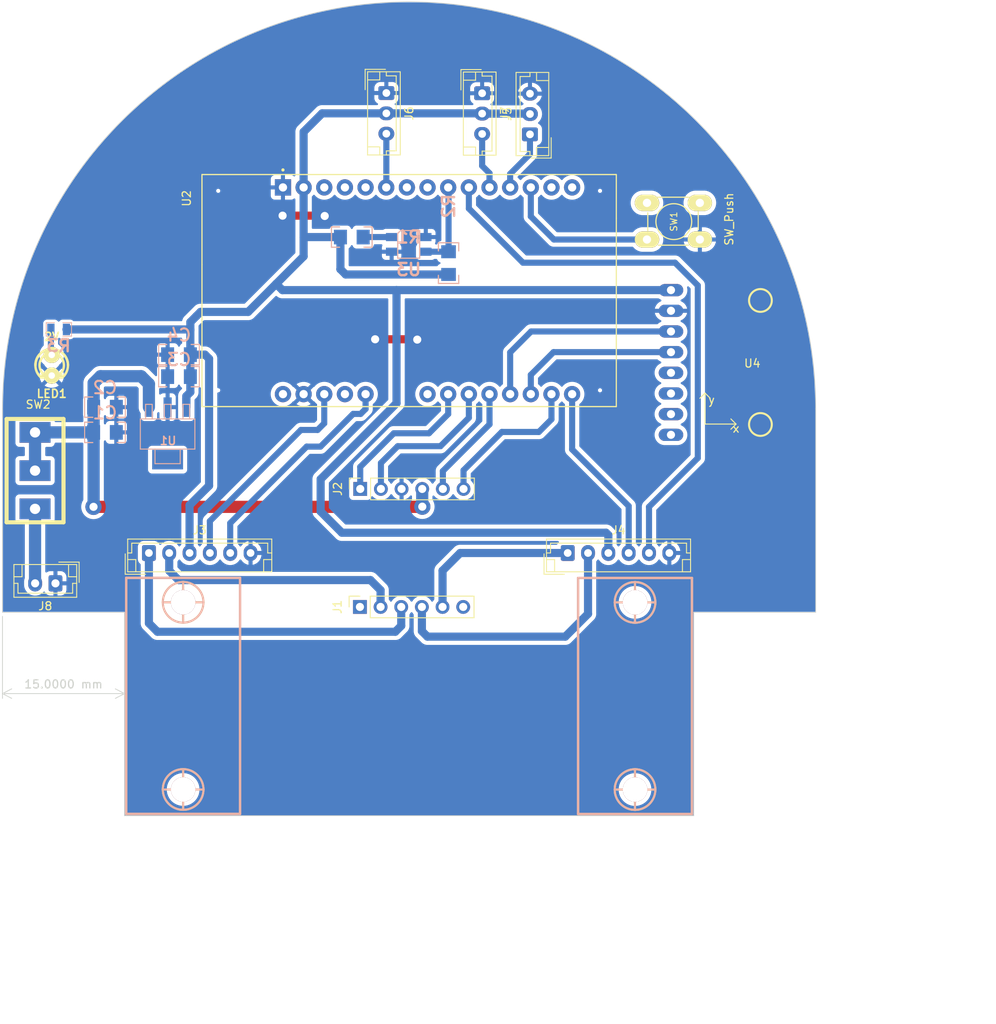
<source format=kicad_pcb>
(kicad_pcb (version 20221018) (generator pcbnew)
  (layers (0 "F.Cu" signal) (31 "B.Cu" signal) (34 "B.Paste" user) (35 "F.Paste" user) (36 "B.SilkS" user "B.Silkscreen") (37 "F.SilkS" user "F.Silkscreen") (38 "B.Mask" user) (39 "F.Mask" user) (44 "Edge.Cuts" user))
  (net 0 "")
  (net 1 "+BATT")
  (net 2 "GND")
  (net 3 "+5V")
  (net 4 "/SCL")
  (net 5 "/SDA")
  (net 7 "/AOUT2")
  (net 8 "/AOUT1")
  (net 9 "/BOUT1")
  (net 10 "/BOUT2")
  (net 12 "/AIN1")
  (net 13 "/AIN2")
  (net 14 "/BIN2")
  (net 15 "/BIN1")
  (net 16 "/D1A")
  (net 17 "/D1B")
  (net 18 "/D2A")
  (net 19 "/D2B")
  (net 20 "/IR_IZQ")
  (net 21 "/IR_DER")
  (net 22 "/IR_FRONTAL")
  (net 23 "Net-(LED1-A)")
  (net 24 "Net-(R1-Pad2)")
  (net 25 "/TATAMI")
  (net 26 "/start")
  (footprint "Connector_JST:JST_EH_B3B-EH-A_1x03_P2.50mm_Vertical" (layer "F.Cu") (at 159.86 51.28 90)
    (fp_text reference "J5" (at 2.5 -2.8 90) (layer "F.SilkS"))
    (fp_text value "Distancia_Der")
    (pad "1" thru_hole roundrect (at 0 0 90) (size 1.7 1.95) (drill 0.95) (layers "*.Cu" "*.Mask") (roundrect_rratio 0.147059) (net 20 "/IR_IZQ"))
    (pad "2" thru_hole oval (at 2.5 0 90) (size 1.7 1.95) (drill 0.95) (layers "*.Cu" "*.Mask") (net 3 "+5V"))
    (pad "3" thru_hole oval (at 5 0 90) (size 1.7 1.95) (drill 0.95) (layers "*.Cu" "*.Mask") (net 2 "GND"))
  )
  (footprint "EESTN5:led_3mm_clear" (layer "F.Cu") (at 101.05 79.65)
    (fp_text reference "LED1" (at 0 3.5) (layer "F.SilkS") (effects (font (thickness 0.2))))
    (fp_text value "2V" (at 0 -3.5) (layer "F.SilkS") (effects (font (thickness 0.2))))
    (pad "1" thru_hole circle (at 0 -1.27) (size 1.99898 1.99898) (drill 0.8001) (layers "*.Cu" "*.Mask" "F.SilkS") (net 23 "Net-(LED1-A)"))
    (pad "2" thru_hole circle (at 0 1.27) (size 1.99898 1.99898) (drill 0.8001) (layers "*.Cu" "*.Mask" "F.SilkS") (net 2 "GND"))
  )
  (footprint "Connector_JST:JST_EH_B2B-EH-A_1x02_P2.50mm_Vertical" (layer "F.Cu") (at 101.51 106.45 180)
    (fp_text reference "J8" (at 1.25 -2.8) (layer "F.SilkS"))
    (fp_text value "Conn_01x02")
    (pad "1" thru_hole roundrect (at 0 0 180) (size 1.7 2) (drill 1) (layers "*.Cu" "*.Mask") (roundrect_rratio 0.147059) (net 2 "GND"))
    (pad "2" thru_hole oval (at 2.5 0 180) (size 1.7 2) (drill 1) (layers "*.Cu" "*.Mask") (net 1 "+BATT"))
  )
  (footprint "EESTN5:PUSH_SWITCH_THT" (layer "F.Cu") (at 180.75 59.7 -90)
    (fp_text reference "SW1" (at 2.3 3.2 90) (layer "F.SilkS") (effects (font (size 0.8 0.8) (thickness 0.12))))
    (fp_text value "SW_Push" (at 2 -3.6 90) (layer "F.SilkS"))
    (pad "1" thru_hole oval (at 4.5 0 270) (size 2 3) (drill 1.016) (layers "*.Cu" "*.Mask" "F.SilkS") (net 2 "GND"))
    (pad "2" thru_hole oval (at 4.5 6.5 270) (size 2 3) (drill 1.016) (layers "*.Cu" "*.Mask" "F.SilkS") (net 26 "/start"))
    (pad "3" thru_hole oval (at 0 0 270) (size 2 3) (drill 1.016) (layers "*.Cu" "*.Mask" "F.SilkS"))
    (pad "4" thru_hole oval (at 0 6.5 270) (size 2 3) (drill 1.016) (layers "*.Cu" "*.Mask" "F.SilkS"))
  )
  (footprint "Connector_JST:JST_EH_B6B-EH-A_1x06_P2.50mm_Vertical" (layer "F.Cu") (at 164.5 102.72)
    (fp_text reference "J4" (at 6.25 -2.8) (layer "F.SilkS"))
    (fp_text value "Encoder Izquierdo")
    (pad "1" thru_hole roundrect (at 0 0) (size 1.7 1.95) (drill 0.95) (layers "*.Cu" "*.Mask") (roundrect_rratio 0.147059) (net 10 "/BOUT2"))
    (pad "2" thru_hole oval (at 2.5 0) (size 1.7 1.95) (drill 0.95) (layers "*.Cu" "*.Mask") (net 9 "/BOUT1"))
    (pad "3" thru_hole oval (at 5 0) (size 1.7 1.95) (drill 0.95) (layers "*.Cu" "*.Mask") (net 3 "+5V"))
    (pad "4" thru_hole oval (at 7.5 0) (size 1.7 1.95) (drill 0.95) (layers "*.Cu" "*.Mask") (net 18 "/D2A"))
    (pad "5" thru_hole oval (at 10 0) (size 1.7 1.95) (drill 0.95) (layers "*.Cu" "*.Mask") (net 19 "/D2B"))
    (pad "6" thru_hole oval (at 12.5 0) (size 1.7 1.95) (drill 0.95) (layers "*.Cu" "*.Mask") (net 2 "GND"))
  )
  (footprint "Footprints:MPU-6050" (layer "F.Cu") (at 177.2 70.42)
    (fp_text reference "U4" (at 10 9) (layer "F.SilkS"))
    (fp_text value "GY-521")
    (fp_text user "x" (at 8 17) (layer "F.SilkS"))
    (fp_text user "y" (at 5 13.5) (layer "F.SilkS"))
    (pad "1" thru_hole oval (at 0 0) (size 3.016 1.508) (drill 1) (layers "*.Cu" "*.Mask") (net 3 "+5V"))
    (pad "2" thru_hole oval (at 0 2.54) (size 3.016 1.508) (drill 1) (layers "*.Cu" "*.Mask") (net 2 "GND"))
    (pad "3" thru_hole oval (at 0 5.08) (size 3.016 1.508) (drill 1) (layers "*.Cu" "*.Mask") (net 4 "/SCL"))
    (pad "4" thru_hole oval (at 0 7.62) (size 3.016 1.508) (drill 1) (layers "*.Cu" "*.Mask") (net 5 "/SDA"))
    (pad "5" thru_hole oval (at 0 10.16) (size 3.016 1.508) (drill 1) (layers "*.Cu" "*.Mask"))
    (pad "6" thru_hole oval (at 0 12.7) (size 3.016 1.508) (drill 1) (layers "*.Cu" "*.Mask"))
    (pad "7" thru_hole oval (at 0 15.24) (size 3.016 1.508) (drill 1) (layers "*.Cu" "*.Mask"))
    (pad "8" thru_hole oval (at 0 17.78) (size 3.016 1.508) (drill 1) (layers "*.Cu" "*.Mask"))
  )
  (footprint "Connector_PinSocket_2.54mm:PinSocket_1x06_P2.54mm_Vertical" (layer "F.Cu") (at 138.95 109.35 90)
    (fp_text reference "J1" (at 0 -2.77 90) (layer "F.SilkS"))
    (fp_text value "DRV8833_OUT")
    (pad "1" thru_hole rect (at 0 0 90) (size 1.7 1.7) (drill 1) (layers "*.Cu" "*.Mask"))
    (pad "2" thru_hole oval (at 0 2.54 90) (size 1.7 1.7) (drill 1) (layers "*.Cu" "*.Mask") (net 7 "/AOUT2"))
    (pad "3" thru_hole oval (at 0 5.08 90) (size 1.7 1.7) (drill 1) (layers "*.Cu" "*.Mask") (net 8 "/AOUT1"))
    (pad "4" thru_hole oval (at 0 7.62 90) (size 1.7 1.7) (drill 1) (layers "*.Cu" "*.Mask") (net 9 "/BOUT1"))
    (pad "5" thru_hole oval (at 0 10.16 90) (size 1.7 1.7) (drill 1) (layers "*.Cu" "*.Mask") (net 10 "/BOUT2"))
    (pad "6" thru_hole oval (at 0 12.7 90) (size 1.7 1.7) (drill 1) (layers "*.Cu" "*.Mask"))
  )
  (footprint "Connector_JST:JST_EH_B6B-EH-A_1x06_P2.50mm_Vertical" (layer "F.Cu") (at 113 102.72)
    (fp_text reference "J3" (at 6.25 -2.8) (layer "F.SilkS"))
    (fp_text value "Encoder Derecho")
    (pad "1" thru_hole roundrect (at 0 0) (size 1.7 1.95) (drill 0.95) (layers "*.Cu" "*.Mask") (roundrect_rratio 0.147059) (net 8 "/AOUT1"))
    (pad "2" thru_hole oval (at 2.5 0) (size 1.7 1.95) (drill 0.95) (layers "*.Cu" "*.Mask") (net 7 "/AOUT2"))
    (pad "3" thru_hole oval (at 5 0) (size 1.7 1.95) (drill 0.95) (layers "*.Cu" "*.Mask") (net 3 "+5V"))
    (pad "4" thru_hole oval (at 7.5 0) (size 1.7 1.95) (drill 0.95) (layers "*.Cu" "*.Mask") (net 16 "/D1A"))
    (pad "5" thru_hole oval (at 10 0) (size 1.7 1.95) (drill 0.95) (layers "*.Cu" "*.Mask") (net 17 "/D1B"))
    (pad "6" thru_hole oval (at 12.5 0) (size 1.7 1.95) (drill 0.95) (layers "*.Cu" "*.Mask") (net 2 "GND"))
  )
  (footprint "Connector_JST:JST_EH_B3B-EH-A_1x03_P2.50mm_Vertical" (layer "F.Cu") (at 142.2 46.2 -90)
    (fp_text reference "J6" (at 2.5 -2.8 90) (layer "F.SilkS"))
    (fp_text value "Distancia_Izq")
    (pad "1" thru_hole roundrect (at 0 0 270) (size 1.7 1.95) (drill 0.95) (layers "*.Cu" "*.Mask") (roundrect_rratio 0.147059) (net 2 "GND"))
    (pad "2" thru_hole oval (at 2.5 0 270) (size 1.7 1.95) (drill 0.95) (layers "*.Cu" "*.Mask") (net 3 "+5V"))
    (pad "3" thru_hole oval (at 5 0 270) (size 1.7 1.95) (drill 0.95) (layers "*.Cu" "*.Mask") (net 21 "/IR_DER"))
  )
  (footprint "Connector_JST:JST_EH_B3B-EH-A_1x03_P2.50mm_Vertical" (layer "F.Cu") (at 153.98 46.23 -90)
    (fp_text reference "J7" (at 2.5 -2.8 90) (layer "F.SilkS"))
    (fp_text value "Distancia_Frontal")
    (pad "1" thru_hole roundrect (at 0 0 270) (size 1.7 1.95) (drill 0.95) (layers "*.Cu" "*.Mask") (roundrect_rratio 0.147059) (net 2 "GND"))
    (pad "2" thru_hole oval (at 2.5 0 270) (size 1.7 1.95) (drill 0.95) (layers "*.Cu" "*.Mask") (net 3 "+5V"))
    (pad "3" thru_hole oval (at 5 0 270) (size 1.7 1.95) (drill 0.95) (layers "*.Cu" "*.Mask") (net 22 "/IR_FRONTAL"))
  )
  (footprint "EESTN5:SW_SPDT_TH_Vertical" (layer "F.Cu") (at 99 92.6)
    (fp_text reference "SW2" (at 0.381 -8.128 180) (layer "F.SilkS"))
    (fp_text value "SW_SPDT" hide)
    (pad "1" thru_hole rect (at 0 -4.7) (size 3.81 2.54) (drill 1.27) (layers "*.Cu" "*.Mask") (net 1 "+BATT"))
    (pad "2" thru_hole rect (at 0 0) (size 3.81 2.54) (drill 1.27) (layers "*.Cu" "*.Mask") (net 1 "+BATT"))
    (pad "3" thru_hole rect (at 0 4.7) (size 3.81 2.54) (drill 1.27) (layers "*.Cu" "*.Mask") (net 1 "+BATT"))
  )
  (footprint "Footprints:ESP32-DEVKIT-V1-30Pines" (layer "F.Cu") (at 145 70 90)
    (fp_text reference "U2" (at 10.855 -27.36 90) (layer "F.SilkS"))
    (fp_text value "ESP32-DEVKIT-V1")
    (pad "" np_thru_hole circle (at -12.73 -23.475 90) (size 0.001 0.001) (drill 0.001) (layers "F&B.Cu" "*.Mask"))
    (pad "" np_thru_hole circle (at -12.73 23.475 90) (size 0.001 0.001) (drill 0.001) (layers "*.Mask"))
    (pad "" np_thru_hole circle (at 11.78 -23.475 90) (size 0.001 0.001) (drill 0.001) (layers "F.Cu"))
    (pad "" np_thru_hole circle (at 11.78 23.475 90) (size 0.001 0.001) (drill 0.001) (layers "*.Mask"))
    (pad "1" thru_hole rect (at 12.2 -15.515 90) (size 2 2) (drill 1.02) (layers "*.Cu" "*.Mask") (net 2 "GND"))
    (pad "2" thru_hole circle (at 12.2 -12.975 90) (size 2 2) (drill 1.02) (layers "*.Cu" "*.Mask") (net 3 "+5V"))
    (pad "3" thru_hole circle (at 12.2 -10.435 90) (size 2 2) (drill 1.02) (layers "*.Cu" "*.Mask"))
    (pad "4" thru_hole circle (at 12.2 -7.895 90) (size 2 2) (drill 1.02) (layers "*.Cu" "*.Mask"))
    (pad "5" thru_hole circle (at 12.2 -5.355 90) (size 2 2) (drill 1.02) (layers "*.Cu" "*.Mask"))
    (pad "6" thru_hole circle (at 12.2 -2.815 90) (size 2 2) (drill 1.02) (layers "*.Cu" "*.Mask") (net 21 "/IR_DER"))
    (pad "7" thru_hole circle (at 12.2 -0.275 90) (size 2 2) (drill 1.02) (layers "*.Cu" "*.Mask"))
    (pad "8" thru_hole circle (at 12.2 2.265 90) (size 2 2) (drill 1.02) (layers "*.Cu" "*.Mask"))
    (pad "9" thru_hole circle (at 12.2 4.805 90) (size 2 2) (drill 1.02) (layers "*.Cu" "*.Mask") (net 25 "/TATAMI"))
    (pad "10" thru_hole circle (at 12.2 7.345 90) (size 2 2) (drill 1.02) (layers "*.Cu" "*.Mask") (net 19 "/D2B"))
    (pad "11" thru_hole circle (at 12.2 9.885 90) (size 2 2) (drill 1.02) (layers "*.Cu" "*.Mask") (net 22 "/IR_FRONTAL"))
    (pad "12" thru_hole circle (at 12.2 12.425 90) (size 2 2) (drill 1.02) (layers "*.Cu" "*.Mask") (net 20 "/IR_IZQ"))
    (pad "13" thru_hole circle (at 12.2 14.965 90) (size 2 2) (drill 1.02) (layers "*.Cu" "*.Mask") (net 26 "/start"))
    (pad "14" thru_hole circle (at 12.2 17.505 90) (size 2 2) (drill 1.02) (layers "*.Cu" "*.Mask"))
    (pad "15" thru_hole circle (at 12.2 20.045 90) (size 2 2) (drill 1.02) (layers "*.Cu" "*.Mask"))
    (pad "16" thru_hole circle (at -13.2 20.045 90) (size 2 2) (drill 1.02) (layers "*.Cu" "*.Mask") (net 18 "/D2A"))
    (pad "17" thru_hole circle (at -13.2 17.505 90) (size 2 2) (drill 1.02) (layers "*.Cu" "*.Mask") (net 15 "/BIN1"))
    (pad "18" thru_hole circle (at -13.2 14.965 90) (size 2 2) (drill 1.02) (layers "*.Cu" "*.Mask") (net 5 "/SDA"))
    (pad "19" thru_hole circle (at -13.2 12.425 90) (size 2 2) (drill 1.02) (layers "*.Cu" "*.Mask") (net 4 "/SCL"))
    (pad "20" thru_hole circle (at -13.2 9.885 90) (size 2 2) (drill 1.02) (layers "*.Cu" "*.Mask") (net 14 "/BIN2"))
    (pad "21" thru_hole circle (at -13.2 7.345 90) (size 2 2) (drill 1.02) (layers "*.Cu" "*.Mask") (net 13 "/AIN2"))
    (pad "22" thru_hole circle (at -13.2 4.805 90) (size 2 2) (drill 1.02) (layers "*.Cu" "*.Mask") (net 12 "/AIN1"))
    (pad "23" thru_hole circle (at -13.2 2.265 90) (size 2 2) (drill 1.02) (layers "*.Cu" "*.Mask"))
    (pad "26" thru_hole circle (at -13.2 -5.355 90) (size 2 2) (drill 1.02) (layers "*.Cu" "*.Mask") (net 17 "/D1B"))
    (pad "27" thru_hole circle (at -13.2 -7.895 90) (size 2 2) (drill 1.02) (layers "*.Cu" "*.Mask"))
    (pad "28" thru_hole circle (at -13.2 -10.435 90) (size 2 2) (drill 1.02) (layers "*.Cu" "*.Mask") (net 16 "/D1A"))
    (pad "29" thru_hole circle (at -13.2 -12.975 90) (size 2 2) (drill 1.02) (layers "*.Cu" "*.Mask") (net 2 "GND"))
    (pad "30" thru_hole circle (at -13.2 -15.515 90) (size 2 2) (drill 1.02) (layers "*.Cu" "*.Mask"))
  )
  (footprint "Connector_PinSocket_2.54mm:PinSocket_1x06_P2.54mm_Vertical" (layer "F.Cu") (at 138.99 94.85 90)
    (fp_text reference "J2" (at 0 -2.77 90) (layer "F.SilkS"))
    (fp_text value "DRV8833_IN")
    (pad "1" thru_hole rect (at 0 0 90) (size 1.7 1.7) (drill 1) (layers "*.Cu" "*.Mask") (net 12 "/AIN1"))
    (pad "2" thru_hole oval (at 0 2.54 90) (size 1.7 1.7) (drill 1) (layers "*.Cu" "*.Mask") (net 13 "/AIN2"))
    (pad "3" thru_hole oval (at 0 5.08 90) (size 1.7 1.7) (drill 1) (layers "*.Cu" "*.Mask") (net 2 "GND"))
    (pad "4" thru_hole oval (at 0 7.62 90) (size 1.7 1.7) (drill 1) (layers "*.Cu" "*.Mask") (net 1 "+BATT"))
    (pad "5" thru_hole oval (at 0 10.16 90) (size 1.7 1.7) (drill 1) (layers "*.Cu" "*.Mask") (net 14 "/BIN2"))
    (pad "6" thru_hole oval (at 0 12.7 90) (size 1.7 1.7) (drill 1) (layers "*.Cu" "*.Mask") (net 15 "/BIN1"))
  )
  (footprint "EESTN5:Pololu_Micro_Con_Soporte_Simple" (layer "B.Cu") (at 117.21 120.28 90)
    (fp_text reference "H1" hide)
    (fp_text value "MOTOR_IZQ" hide)
    (pad "1" thru_hole circle (at 11.5 0 90) (size 3 3) (drill 3) (layers "*.Cu" "B.SilkS"))
    (pad "4" thru_hole circle (at -11.5 0 90) (size 3 3) (drill 3) (layers "*.Cu" "B.SilkS"))
  )
  (footprint "EESTN5:C_1206" (layer "B.Cu") (at 116.7 81.05)
    (fp_text reference "C3" (at 0 -2.1) (layer "B.SilkS") (effects (font (size 1.524 1.524) (thickness 0.254)) (justify mirror)))
    (fp_text value "10uF" hide)
    (pad "1" smd rect (at 1.397 0) (size 1.6002 1.8034) (layers "B.Cu" "B.Paste" "B.Mask") (net 3 "+5V"))
    (pad "2" smd rect (at -1.397 0) (size 1.6002 1.8034) (layers "B.Cu" "B.Paste" "B.Mask") (net 2 "GND"))
  )
  (footprint "EESTN5:C_1206" (layer "B.Cu") (at 107.6 84.8 180)
    (fp_text reference "C2" (at 0 2.4) (layer "B.SilkS") (effects (font (size 1.524 1.524) (thickness 0.254)) (justify mirror)))
    (fp_text value "100nF" hide)
    (pad "1" smd rect (at 1.397 0 180) (size 1.6002 1.8034) (layers "B.Cu" "B.Paste" "B.Mask") (net 1 "+BATT"))
    (pad "2" smd rect (at -1.397 0 180) (size 1.6002 1.8034) (layers "B.Cu" "B.Paste" "B.Mask") (net 2 "GND"))
  )
  (footprint "EESTN5:C_1206" (layer "B.Cu") (at 116.7 78.35 180)
    (fp_text reference "C4" (at 0 2.4) (layer "B.SilkS") (effects (font (size 1.524 1.524) (thickness 0.254)) (justify mirror)))
    (fp_text value "100nF" hide)
    (pad "1" smd rect (at 1.397 0 180) (size 1.6002 1.8034) (layers "B.Cu" "B.Paste" "B.Mask") (net 2 "GND"))
    (pad "2" smd rect (at -1.397 0 180) (size 1.6002 1.8034) (layers "B.Cu" "B.Paste" "B.Mask") (net 3 "+5V"))
  )
  (footprint "EESTN5:Pololu_Micro_Con_Soporte_Simple" (layer "B.Cu") (at 172.78 120.29 -90)
    (fp_text reference "H2" hide)
    (fp_text value "MOTOR_DER" hide)
    (pad "1" thru_hole circle (at 11.5 0 270) (size 3 3) (drill 3) (layers "*.Cu" "B.SilkS"))
    (pad "4" thru_hole circle (at -11.5 0 270) (size 3 3) (drill 3) (layers "*.Cu" "B.SilkS"))
  )
  (footprint "EESTN5:R_1206" (layer "B.Cu") (at 137.95 63.9 180)
    (fp_text reference "R1" (at -7 0) (layer "B.SilkS") (effects (font (size 1.5 1.5) (thickness 0.3)) (justify mirror)))
    (fp_text value "100" hide)
    (pad "1" smd rect (at 1.397 0 180) (size 1.6002 1.8034) (layers "B.Cu" "B.Paste" "B.Mask") (net 3 "+5V"))
    (pad "2" smd rect (at -1.397 0 180) (size 1.6002 1.8034) (layers "B.Cu" "B.Paste" "B.Mask") (net 24 "Net-(R1-Pad2)"))
  )
  (footprint "EESTN5:C_1206" (layer "B.Cu") (at 107.597 87.9 180)
    (fp_text reference "C1" (at 0 2.4) (layer "B.SilkS") (effects (font (size 1.524 1.524) (thickness 0.254)) (justify mirror)))
    (fp_text value "220uF" hide)
    (pad "1" smd rect (at 1.397 0 180) (size 1.6002 1.8034) (layers "B.Cu" "B.Paste" "B.Mask") (net 1 "+BATT"))
    (pad "2" smd rect (at -1.397 0 180) (size 1.6002 1.8034) (layers "B.Cu" "B.Paste" "B.Mask") (net 2 "GND"))
  )
  (footprint "EESTN5:SOT223" (layer "B.Cu") (at 115.3 88.1)
    (fp_text reference "U1" (at 0.0508 0.8382) (layer "B.SilkS") (effects (font (size 1.00076 1.00076) (thickness 0.20066)) (justify mirror)))
    (fp_text value "L7805" hide)
    (pad "1" smd rect (at -2.3 -3.3) (size 1 2.4) (layers "B.Cu" "B.Paste" "B.Mask") (net 1 "+BATT"))
    (pad "2" smd rect (at 0 -3.3) (size 1 2.4) (layers "B.Cu" "B.Paste" "B.Mask") (net 2 "GND"))
    (pad "3" smd rect (at 2.3 -3.3) (size 1 2.4) (layers "B.Cu" "B.Paste" "B.Mask") (net 3 "+5V"))
    (pad "4" smd rect (at 0 3.15) (size 3.8 2.4) (layers "B.Cu" "B.Paste" "B.Mask"))
  )
  (footprint "EESTN5:QRE1113GR" (layer "B.Cu") (at 144.95 64.8 180)
    (fp_text reference "U3" (at 0 -3.1) (layer "B.SilkS") (effects (font (size 1.5 1.5) (thickness 0.3)) (justify mirror)))
    (fp_text value "QRE1113" hide)
    (pad "1" smd rect (at 2.1 0.9 180) (size 1.4 1) (layers "B.Cu" "B.Paste" "B.Mask") (net 24 "Net-(R1-Pad2)"))
    (pad "2" smd rect (at -2.1 0.9 180) (size 1.4 1) (layers "B.Cu" "B.Paste" "B.Mask") (net 2 "GND"))
    (pad "3" smd rect (at -2.1 -0.9 180) (size 1.4 1) (layers "B.Cu" "B.Paste" "B.Mask") (net 25 "/TATAMI"))
    (pad "4" smd rect (at 2.1 -0.9 180) (size 1.4 1) (layers "B.Cu" "B.Paste" "B.Mask") (net 2 "GND"))
  )
  (footprint "EESTN5:R_0805" (layer "B.Cu") (at 101.9025 75.25)
    (fp_text reference "R3" (at 0 2) (layer "B.SilkS") (effects (font (size 1.5 1.5) (thickness 0.3)) (justify mirror)))
    (fp_text value "470" hide)
    (pad "1" smd rect (at -0.9525 0) (size 0.889 1.397) (layers "B.Cu" "B.Paste" "B.Mask") (net 23 "Net-(LED1-A)"))
    (pad "2" smd rect (at 0.9525 0) (size 0.889 1.397) (layers "B.Cu" "B.Paste" "B.Mask") (net 3 "+5V"))
  )
  (footprint "EESTN5:R_1206" (layer "B.Cu") (at 149.85 67.1 -90)
    (fp_text reference "R2" (at -7 0 -270) (layer "B.SilkS") (effects (font (size 1.5 1.5) (thickness 0.3)) (justify mirror)))
    (fp_text value "10K" hide)
    (pad "1" smd rect (at 1.397 0 270) (size 1.6002 1.8034) (layers "B.Cu" "B.Paste" "B.Mask") (net 3 "+5V"))
    (pad "2" smd rect (at -1.397 0 270) (size 1.6002 1.8034) (layers "B.Cu" "B.Paste" "B.Mask") (net 25 "/TATAMI"))
  )
  (gr_line (start 95 110) (end 95 85) (stroke (width 0.1)) (layer "Edge.Cuts"))
  (gr_line (start 110 135) (end 180 135) (stroke (width 0.1)) (layer "Edge.Cuts"))
  (gr_arc (start 95 85) (mid 145 35) (end 195 85) (stroke (width 0.1)) (layer "Edge.Cuts"))
  (gr_line (start 180 135) (end 180 110) (stroke (width 0.1)) (layer "Edge.Cuts"))
  (gr_line (start 180 110) (end 195 110) (stroke (width 0.1)) (layer "Edge.Cuts"))
  (gr_line (start 110 135) (end 110 110) (stroke (width 0.1)) (layer "Edge.Cuts"))
  (gr_line (start 195 110) (end 195 85) (stroke (width 0.1)) (layer "Edge.Cuts"))
  (gr_line (start 110 110) (end 95 110) (stroke (width 0.1)) (layer "Edge.Cuts"))
  (dimension (type aligned) (layer "Edge.Cuts") (pts (xy 95 110) (xy 110 110)) (height 10) (gr_text "15,0000 mm" (at 102.5 118.85) (layer "Edge.Cuts") (effects (font (size 1 1) (thickness 0.15)))) (format (prefix "") (suffix "") (units 3) (units_format 1) (precision 4)) (style (thickness 0.1) (arrow_length 1.27) (text_position_mode 2) (extension_height 0.58642) (extension_offset 0.5) keep_text_aligned))
  (segment (start 146.6 97.05) (end 146.62 97.03) (width 1.5) (layer "F.Cu") (net 1))
  (segment (start 106.19 97.05) (end 146.6 97.05) (width 1.5) (layer "F.Cu") (net 1))
  (via (at 146.62 97.03) (size 2) (drill 1) (layers "F.Cu" "B.Cu") (net 1))
  (via (at 106.19 97.05) (size 2) (drill 1) (layers "F.Cu" "B.Cu") (net 1))
  (segment (start 106.203 84.8) (end 106.203 87.897) (width 1.5) (layer "B.Cu") (net 1))
  (segment (start 99 97.3) (end 99 106.44) (width 1.5) (layer "B.Cu") (net 1))
  (segment (start 146.61 94.85) (end 146.61 97.02) (width 1.5) (layer "B.Cu") (net 1))
  (segment (start 99 87.9) (end 106.2 87.9) (width 1.5) (layer "B.Cu") (net 1))
  (segment (start 106.19 97.05) (end 106.2 97.04) (width 1.5) (layer "B.Cu") (net 1))
  (segment (start 106.203 84.8) (end 106.203 81.847) (width 1.5) (layer "B.Cu") (net 1))
  (segment (start 113 81.95) (end 113 84.8) (width 1.5) (layer "B.Cu") (net 1))
  (segment (start 106.2 97.04) (end 106.2 87.9) (width 1.5) (layer "B.Cu") (net 1))
  (segment (start 99 92.6) (end 99 87.9) (width 1.5) (layer "B.Cu") (net 1))
  (segment (start 106.203 87.897) (end 106.2 87.9) (width 1.5) (layer "B.Cu") (net 1))
  (segment (start 112.05 81) (end 113 81.95) (width 1.5) (layer "B.Cu") (net 1))
  (segment (start 99 106.44) (end 99.01 106.45) (width 1.5) (layer "B.Cu") (net 1))
  (segment (start 107.05 81) (end 112.05 81) (width 1.5) (layer "B.Cu") (net 1))
  (segment (start 146.61 97.02) (end 146.62 97.03) (width 1) (layer "B.Cu") (net 1))
  (segment (start 106.2 97) (end 106.19 97.05) (width 1.5) (layer "B.Cu") (net 1))
  (segment (start 106.203 81.847) (end 107.05 81) (width 1.5) (layer "B.Cu") (net 1))
  (segment (start 140.82 76.46) (end 145.96 76.46) (width 1) (layer "F.Cu") (net 2))
  (segment (start 145.96 76.46) (end 146 76.5) (width 1) (layer "F.Cu") (net 2))
  (segment (start 134.58 61.27) (end 134.62 61.31) (width 1) (layer "F.Cu") (net 2))
  (segment (start 129.44 61.27) (end 134.58 61.27) (width 1) (layer "F.Cu") (net 2))
  (via (at 146 76.5) (size 1.5) (drill 1) (layers "F.Cu" "B.Cu") (net 2))
  (via (at 129.44 61.27) (size 1.5) (drill 1) (layers "F.Cu" "B.Cu") (net 2))
  (via (at 134.62 61.31) (size 1.5) (drill 1) (layers "F.Cu" "B.Cu") (net 2))
  (via (at 140.82 76.46) (size 1.5) (drill 1) (layers "F.Cu" "B.Cu") (net 2))
  (segment (start 132.025 63.95) (end 132.075 63.9) (width 1) (layer "B.Cu") (net 3))
  (segment (start 134.3 48.7) (end 142.2 48.7) (width 1) (layer "B.Cu") (net 3))
  (segment (start 142.2 48.7) (end 153.95 48.7) (width 1) (layer "B.Cu") (net 3))
  (segment (start 118.097 82.953) (end 118.097 81.05) (width 1) (layer "B.Cu") (net 3))
  (segment (start 119.9 78.35) (end 120.4 78.85) (width 1) (layer "B.Cu") (net 3))
  (segment (start 132.025 66.275) (end 132.025 63.95) (width 1) (layer "B.Cu") (net 3))
  (segment (start 153.95 48.7) (end 153.98 48.73) (width 1) (layer "B.Cu") (net 3))
  (segment (start 129.42 70.42) (end 128.65 69.65) (width 1) (layer "B.Cu") (net 3))
  (segment (start 102.855 75.25) (end 118.047 75.25) (width 1) (layer "B.Cu") (net 3))
  (segment (start 118.097 74.353) (end 118.825 73.625) (width 1) (layer "B.Cu") (net 3))
  (segment (start 118.097 78.35) (end 119.9 78.35) (width 1) (layer "B.Cu") (net 3))
  (segment (start 118.097 75.3) (end 118.097 74.353) (width 1) (layer "B.Cu") (net 3))
  (segment (start 143.45 84.32) (end 134.12 93.65) (width 1) (layer "B.Cu") (net 3))
  (segment (start 132.075 63.9) (end 136.553 63.9) (width 1) (layer "B.Cu") (net 3))
  (segment (start 134.12 97.62) (end 136.73 100.23) (width 1) (layer "B.Cu") (net 3))
  (segment (start 153.98 48.73) (end 159.81 48.73) (width 1) (layer "B.Cu") (net 3))
  (segment (start 118.825 73.625) (end 119.35 73.1) (width 1) (layer "B.Cu") (net 3))
  (segment (start 125.2 73.1) (end 128.65 69.65) (width 1) (layer "B.Cu") (net 3))
  (segment (start 132.025 63.95) (end 132.025 57.8) (width 1) (layer "B.Cu") (net 3))
  (segment (start 120.4 78.85) (end 120.4 94.45) (width 1) (layer "B.Cu") (net 3))
  (segment (start 169.5 100.52) (end 169.5 102.72) (width 1) (layer "B.Cu") (net 3))
  (segment (start 132.025 50.975) (end 134.3 48.7) (width 1) (layer "B.Cu") (net 3))
  (segment (start 136.55 67.85) (end 136.553 67.847) (width 1) (layer "B.Cu") (net 3))
  (segment (start 149.85 68.497) (end 137.197 68.497) (width 1) (layer "B.Cu") (net 3))
  (segment (start 136.553 67.847) (end 136.553 63.9) (width 1) (layer "B.Cu") (net 3))
  (segment (start 136.73 100.23) (end 169.21 100.23) (width 1) (layer "B.Cu") (net 3))
  (segment (start 143.45 70.42) (end 129.42 70.42) (width 1) (layer "B.Cu") (net 3))
  (segment (start 118.047 75.25) (end 118.097 75.3) (width 1) (layer "B.Cu") (net 3))
  (segment (start 134.12 93.65) (end 134.12 97.62) (width 1) (layer "B.Cu") (net 3))
  (segment (start 120.4 94.45) (end 118 96.85) (width 1) (layer "B.Cu") (net 3))
  (segment (start 132.025 57.8) (end 132.025 50.975) (width 1) (layer "B.Cu") (net 3))
  (segment (start 119.35 73.1) (end 125.2 73.1) (width 1) (layer "B.Cu") (net 3))
  (segment (start 118.097 78.35) (end 118.097 75.3) (width 1) (layer "B.Cu") (net 3))
  (segment (start 177.2 70.42) (end 143.45 70.42) (width 1) (layer "B.Cu") (net 3))
  (segment (start 118 96.85) (end 118 102.72) (width 1) (layer "B.Cu") (net 3))
  (segment (start 137.197 68.497) (end 136.55 67.85) (width 1) (layer "B.Cu") (net 3))
  (segment (start 117.6 83.45) (end 118.097 82.953) (width 1) (layer "B.Cu") (net 3))
  (segment (start 169.21 100.23) (end 169.5 100.52) (width 1) (layer "B.Cu") (net 3))
  (segment (start 159.81 48.73) (end 159.86 48.78) (width 1) (layer "B.Cu") (net 3))
  (segment (start 128.65 69.65) (end 132.025 66.275) (width 1) (layer "B.Cu") (net 3))
  (segment (start 143.45 70.42) (end 143.45 84.32) (width 1) (layer "B.Cu") (net 3))
  (segment (start 118.097 78.35) (end 118.097 81.05) (width 1) (layer "B.Cu") (net 3))
  (segment (start 117.6 84.8) (end 117.6 83.45) (width 1) (layer "B.Cu") (net 3))
  (segment (start 157.425 78.075) (end 160 75.5) (width 0.75) (layer "B.Cu") (net 4))
  (segment (start 160 75.5) (end 177.2 75.5) (width 0.75) (layer "B.Cu") (net 4))
  (segment (start 157.425 83.2) (end 157.425 78.075) (width 0.75) (layer "B.Cu") (net 4))
  (segment (start 159.965 83.2) (end 159.965 80.835) (width 0.75) (layer "B.Cu") (net 5))
  (segment (start 162.76 78.04) (end 177.2 78.04) (width 0.75) (layer "B.Cu") (net 5))
  (segment (start 159.965 80.835) (end 162.76 78.04) (width 0.75) (layer "B.Cu") (net 5))
  (segment (start 116.65 106.05) (end 115.5 104.9) (width 1) (layer "B.Cu") (net 7))
  (segment (start 141.49 107.29) (end 140.25 106.05) (width 1) (layer "B.Cu") (net 7))
  (segment (start 141.49 109.35) (end 141.49 107.29) (width 1) (layer "B.Cu") (net 7))
  (segment (start 140.25 106.05) (end 116.65 106.05) (width 1) (layer "B.Cu") (net 7))
  (segment (start 115.5 104.9) (end 115.5 102.72) (width 1) (layer "B.Cu") (net 7))
  (segment (start 113 111.35) (end 113 102.72) (width 1) (layer "B.Cu") (net 8))
  (segment (start 114.05 112.4) (end 113 111.35) (width 1) (layer "B.Cu") (net 8))
  (segment (start 144.03 109.35) (end 144.03 111.67) (width 1) (layer "B.Cu") (net 8))
  (segment (start 143.3 112.4) (end 114.05 112.4) (width 1) (layer "B.Cu") (net 8))
  (segment (start 144.03 111.67) (end 143.3 112.4) (width 1) (layer "B.Cu") (net 8))
  (segment (start 164.2 113) (end 167 110.2) (width 1) (layer "B.Cu") (net 9))
  (segment (start 147.25 113) (end 164.2 113) (width 1) (layer "B.Cu") (net 9))
  (segment (start 146.57 112.32) (end 147.25 113) (width 1) (layer "B.Cu") (net 9))
  (segment (start 167 110.2) (end 167 102.72) (width 1) (layer "B.Cu") (net 9))
  (segment (start 146.57 109.35) (end 146.57 112.32) (width 1) (layer "B.Cu") (net 9))
  (segment (start 151.28 102.72) (end 164.5 102.72) (width 1) (layer "B.Cu") (net 10))
  (segment (start 149.11 109.35) (end 149.11 104.89) (width 1) (layer "B.Cu") (net 10))
  (segment (start 149.11 104.89) (end 151.28 102.72) (width 1) (layer "B.Cu") (net 10))
  (segment (start 147.44 88.01) (end 149.805 85.645) (width 0.75) (layer "B.Cu") (net 12))
  (segment (start 138.99 94.85) (end 138.99 92.14) (width 0.75) (layer "B.Cu") (net 12))
  (segment (start 138.99 92.14) (end 143.12 88.01) (width 0.75) (layer "B.Cu") (net 12))
  (segment (start 149.805 85.645) (end 149.805 83.2) (width 0.75) (layer "B.Cu") (net 12))
  (segment (start 143.12 88.01) (end 147.44 88.01) (width 0.75) (layer "B.Cu") (net 12))
  (segment (start 152.345 86.105) (end 152.345 83.2) (width 0.75) (layer "B.Cu") (net 13))
  (segment (start 148.85 89.6) (end 152.345 86.105) (width 0.75) (layer "B.Cu") (net 13))
  (segment (start 141.53 94.85) (end 141.53 91.67) (width 0.75) (layer "B.Cu") (net 13))
  (segment (start 141.53 91.67) (end 143.6 89.6) (width 0.75) (layer "B.Cu") (net 13))
  (segment (start 143.6 89.6) (end 148.85 89.6) (width 0.75) (layer "B.Cu") (net 13))
  (segment (start 149.15 94.85) (end 149.15 92.65) (width 0.75) (layer "B.Cu") (net 14))
  (segment (start 154.885 86.915) (end 154.885 83.2) (width 0.75) (layer "B.Cu") (net 14))
  (segment (start 149.15 92.65) (end 154.885 86.915) (width 0.75) (layer "B.Cu") (net 14))
  (segment (start 162.505 86.295) (end 162.505 83.2) (width 0.75) (layer "B.Cu") (net 15))
  (segment (start 151.69 92.56) (end 156.4 87.85) (width 0.75) (layer "B.Cu") (net 15))
  (segment (start 156.4 87.85) (end 160.95 87.85) (width 0.75) (layer "B.Cu") (net 15))
  (segment (start 151.69 94.85) (end 151.69 92.56) (width 0.75) (layer "B.Cu") (net 15))
  (segment (start 160.95 87.85) (end 162.505 86.295) (width 0.75) (layer "B.Cu") (net 15))
  (segment (start 134.565 86.785) (end 134.565 83.2) (width 0.75) (layer "B.Cu") (net 16))
  (segment (start 131.7 87.6) (end 133.75 87.6) (width 0.75) (layer "B.Cu") (net 16))
  (segment (start 133.75 87.6) (end 134.565 86.785) (width 0.75) (layer "B.Cu") (net 16))
  (segment (start 120.5 102.72) (end 120.5 98.8) (width 0.75) (layer "B.Cu") (net 16))
  (segment (start 120.5 98.8) (end 131.7 87.6) (width 0.75) (layer "B.Cu") (net 16))
  (segment (start 123 102.72) (end 123 99.05) (width 0.75) (layer "B.Cu") (net 17))
  (segment (start 139.645 85.025) (end 139.645 83.2) (width 0.75) (layer "B.Cu") (net 17))
  (segment (start 138.12 85.63) (end 139.04 85.63) (width 0.75) (layer "B.Cu") (net 17))
  (segment (start 139.04 85.63) (end 139.645 85.025) (width 0.75) (layer "B.Cu") (net 17))
  (segment (start 132.4 89.65) (end 134.1 89.65) (width 0.75) (layer "B.Cu") (net 17))
  (segment (start 134.1 89.65) (end 138.12 85.63) (width 0.75) (layer "B.Cu") (net 17))
  (segment (start 123 99.05) (end 132.4 89.65) (width 0.75) (layer "B.Cu") (net 17))
  (segment (start 172 102.72) (end 172 96.95) (width 0.75) (layer "B.Cu") (net 18))
  (segment (start 172 96.95) (end 165.045 89.995) (width 0.75) (layer "B.Cu") (net 18))
  (segment (start 165.045 89.995) (end 165.045 83.2) (width 0.75) (layer "B.Cu") (net 18))
  (segment (start 180.5 69.85) (end 180.5 91.05) (width 0.75) (layer "B.Cu") (net 19))
  (segment (start 152.345 57.8) (end 152.345 60.395) (width 0.75) (layer "B.Cu") (net 19))
  (segment (start 159 67.05) (end 177.7 67.05) (width 0.75) (layer "B.Cu") (net 19))
  (segment (start 174.5 97.05) (end 174.5 102.72) (width 0.75) (layer "B.Cu") (net 19))
  (segment (start 177.7 67.05) (end 180.5 69.85) (width 0.75) (layer "B.Cu") (net 19))
  (segment (start 152.345 60.395) (end 159 67.05) (width 0.75) (layer "B.Cu") (net 19))
  (segment (start 180.5 91.05) (end 174.5 97.05) (width 0.75) (layer "B.Cu") (net 19))
  (segment (start 157.425 56.135) (end 159.86 53.7) (width 0.75) (layer "B.Cu") (net 20))
  (segment (start 159.86 53.7) (end 159.86 51.28) (width 0.75) (layer "B.Cu") (net 20))
  (segment (start 157.425 57.8) (end 157.425 56.135) (width 0.75) (layer "B.Cu") (net 20))
  (segment (start 142.2 51.2) (end 142.2 57.785) (width 0.75) (layer "B.Cu") (net 21))
  (segment (start 142.2 57.785) (end 142.185 57.8) (width 0.75) (layer "B.Cu") (net 21))
  (segment (start 154.885 56.055) (end 153.98 55.15) (width 0.75) (layer "B.Cu") (net 22))
  (segment (start 154.885 57.8) (end 154.885 56.055) (width 0.75) (layer "B.Cu") (net 22))
  (segment (start 153.98 55.15) (end 153.98 51.23) (width 0.75) (layer "B.Cu") (net 22))
  (segment (start 100.95 75.25) (end 100.95 78.28) (width 0.75) (layer "B.Cu") (net 23))
  (segment (start 100.95 78.28) (end 101.05 78.38) (width 0.75) (layer "B.Cu") (net 23))
  (segment (start 139.347 63.9) (end 142.85 63.9) (width 0.75) (layer "B.Cu") (net 24))
  (segment (start 149.85 65.703) (end 149.85 57.845) (width 0.75) (layer "B.Cu") (net 25))
  (segment (start 149.847 65.7) (end 149.85 65.703) (width 0.75) (layer "B.Cu") (net 25))
  (segment (start 149.85 57.845) (end 149.805 57.8) (width 0.75) (layer "B.Cu") (net 25))
  (segment (start 147.05 65.7) (end 149.847 65.7) (width 0.75) (layer "B.Cu") (net 25))
  (segment (start 174.25 64.2) (end 162.8 64.2) (width 0.75) (layer "B.Cu") (net 26))
  (segment (start 162.8 64.2) (end 159.965 61.365) (width 0.75) (layer "B.Cu") (net 26))
  (segment (start 159.965 61.365) (end 159.965 57.8) (width 0.75) (layer "B.Cu") (net 26))
  (zone (net 2) (net_name "GND") (layer "B.Cu") (connect_pads (clearance 0.508)) (min_thickness 0.25) (fill yes (thermal_gap 0.5) (thermal_bridge_width 0.5))
    (polygon (pts (xy 95 35) (xy 195 35) (xy 195 135) (xy 95 135)))
  )
)
</source>
